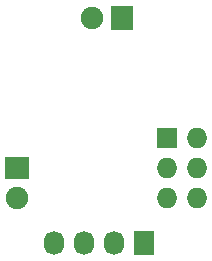
<source format=gbr>
G04 #@! TF.FileFunction,Soldermask,Bot*
%FSLAX46Y46*%
G04 Gerber Fmt 4.6, Leading zero omitted, Abs format (unit mm)*
G04 Created by KiCad (PCBNEW 4.0.2-stable) date 5/25/2016 08:06:47*
%MOMM*%
G01*
G04 APERTURE LIST*
%ADD10C,0.100000*%
%ADD11R,1.727200X1.727200*%
%ADD12O,1.727200X1.727200*%
%ADD13R,1.727200X2.032000*%
%ADD14O,1.727200X2.032000*%
%ADD15R,2.000000X1.900000*%
%ADD16C,1.900000*%
%ADD17R,1.900000X2.000000*%
G04 APERTURE END LIST*
D10*
D11*
X155575000Y-107315000D03*
D12*
X158115000Y-107315000D03*
X155575000Y-109855000D03*
X158115000Y-109855000D03*
X155575000Y-112395000D03*
X158115000Y-112395000D03*
D13*
X153670000Y-116205000D03*
D14*
X151130000Y-116205000D03*
X148590000Y-116205000D03*
X146050000Y-116205000D03*
D15*
X142875000Y-109855000D03*
D16*
X142875000Y-112395000D03*
D17*
X151765000Y-97155000D03*
D16*
X149225000Y-97155000D03*
M02*

</source>
